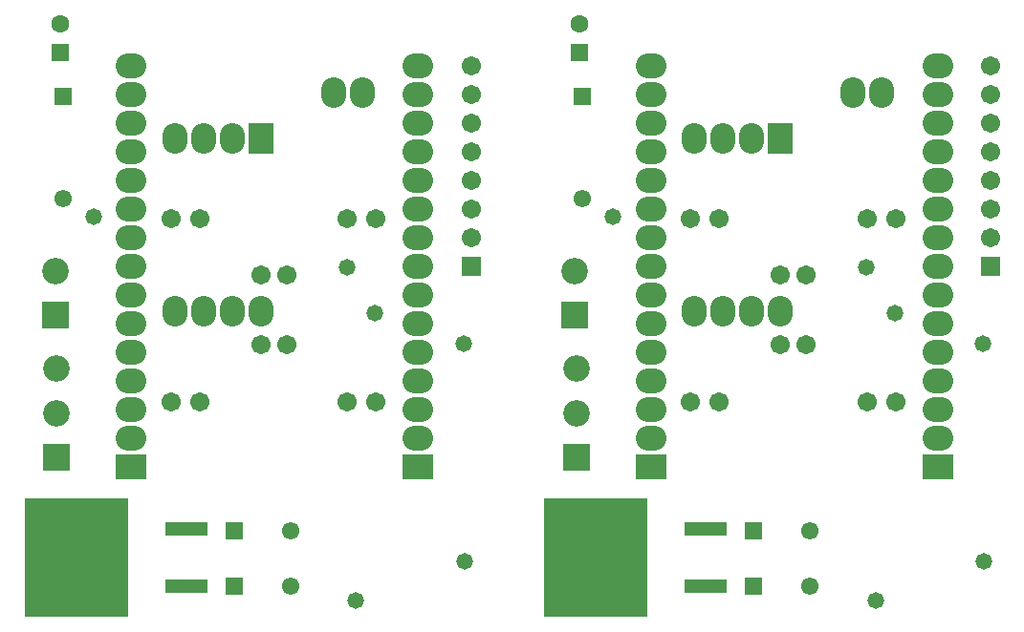
<source format=gbr>
G04*
G04 #@! TF.GenerationSoftware,Altium Limited,Altium Designer,25.4.2 (15)*
G04*
G04 Layer_Color=8388736*
%FSLAX44Y44*%
%MOMM*%
G71*
G04*
G04 #@! TF.SameCoordinates,D781D73C-FE54-440B-B5B4-6B714C508266*
G04*
G04*
G04 #@! TF.FilePolarity,Negative*
G04*
G01*
G75*
%ADD31R,9.2032X10.5532*%
%ADD32R,3.7032X1.1532*%
%ADD33C,1.7032*%
%ADD34C,1.5532*%
%ADD35R,1.5532X1.5532*%
%ADD36O,2.2032X2.7032*%
%ADD37R,2.2032X2.7032*%
%ADD38R,1.7032X1.7032*%
%ADD39O,2.7032X2.2032*%
%ADD40R,2.7032X2.2032*%
%ADD41C,2.3532*%
%ADD42R,2.3532X2.3532*%
%ADD43C,1.6032*%
%ADD44R,1.6032X1.6032*%
%ADD45R,1.5532X1.5532*%
%ADD46C,1.4732*%
D31*
X1579968Y340476D02*
D03*
X2040028D02*
D03*
D32*
X1677468Y365876D02*
D03*
Y315076D02*
D03*
X2137528Y365876D02*
D03*
Y315076D02*
D03*
D33*
X1743218Y529226D02*
D03*
Y590780D02*
D03*
X1765968D02*
D03*
Y529226D02*
D03*
X1929468Y624126D02*
D03*
Y649526D02*
D03*
Y674926D02*
D03*
Y700326D02*
D03*
Y725726D02*
D03*
Y751126D02*
D03*
Y776526D02*
D03*
X1663718Y641286D02*
D03*
X1689118D02*
D03*
X1845468Y478726D02*
D03*
X1820068D02*
D03*
Y641286D02*
D03*
X1845468D02*
D03*
X1689118Y478726D02*
D03*
X1663718D02*
D03*
X2203278Y529226D02*
D03*
Y590780D02*
D03*
X2226028D02*
D03*
Y529226D02*
D03*
X2389528Y624126D02*
D03*
Y649526D02*
D03*
Y674926D02*
D03*
Y700326D02*
D03*
Y725726D02*
D03*
Y751126D02*
D03*
Y776526D02*
D03*
X2123778Y641286D02*
D03*
X2149178D02*
D03*
X2305528Y478726D02*
D03*
X2280128D02*
D03*
Y641286D02*
D03*
X2305528D02*
D03*
X2149178Y478726D02*
D03*
X2123778D02*
D03*
D34*
X1769718Y314726D02*
D03*
Y363976D02*
D03*
X1568218Y658976D02*
D03*
X2229778Y314726D02*
D03*
Y363976D02*
D03*
X2028278Y658976D02*
D03*
D35*
X1719718Y314726D02*
D03*
Y363976D02*
D03*
X2179778Y314726D02*
D03*
Y363976D02*
D03*
D36*
X1807418Y753026D02*
D03*
X1832818D02*
D03*
X1667018Y558826D02*
D03*
X1692418D02*
D03*
X1717818D02*
D03*
X1743218D02*
D03*
X1667018Y712226D02*
D03*
X1692418D02*
D03*
X1717818D02*
D03*
X2267478Y753026D02*
D03*
X2292878D02*
D03*
X2127078Y558826D02*
D03*
X2152478D02*
D03*
X2177878D02*
D03*
X2203278D02*
D03*
X2127078Y712226D02*
D03*
X2152478D02*
D03*
X2177878D02*
D03*
D37*
X1743218D02*
D03*
X2203278D02*
D03*
D38*
X1929468Y598726D02*
D03*
X2389528D02*
D03*
D39*
X1882468Y776526D02*
D03*
Y751126D02*
D03*
Y725726D02*
D03*
Y700326D02*
D03*
Y674926D02*
D03*
Y649526D02*
D03*
Y624126D02*
D03*
Y598726D02*
D03*
Y573326D02*
D03*
Y547926D02*
D03*
Y522526D02*
D03*
Y497126D02*
D03*
Y471726D02*
D03*
Y446326D02*
D03*
X1628468Y497126D02*
D03*
Y776526D02*
D03*
Y751126D02*
D03*
Y725726D02*
D03*
Y700326D02*
D03*
Y674926D02*
D03*
Y649526D02*
D03*
Y624126D02*
D03*
Y598726D02*
D03*
Y573326D02*
D03*
Y547926D02*
D03*
Y522526D02*
D03*
Y471726D02*
D03*
Y446326D02*
D03*
X2342528Y776526D02*
D03*
Y751126D02*
D03*
Y725726D02*
D03*
Y700326D02*
D03*
Y674926D02*
D03*
Y649526D02*
D03*
Y624126D02*
D03*
Y598726D02*
D03*
Y573326D02*
D03*
Y547926D02*
D03*
Y522526D02*
D03*
Y497126D02*
D03*
Y471726D02*
D03*
Y446326D02*
D03*
X2088528Y497126D02*
D03*
Y776526D02*
D03*
Y751126D02*
D03*
Y725726D02*
D03*
Y700326D02*
D03*
Y674926D02*
D03*
Y649526D02*
D03*
Y624126D02*
D03*
Y598726D02*
D03*
Y573326D02*
D03*
Y547926D02*
D03*
Y522526D02*
D03*
Y471726D02*
D03*
Y446326D02*
D03*
D40*
X1882468Y420926D02*
D03*
X1628468D02*
D03*
X2342528D02*
D03*
X2088528D02*
D03*
D41*
X1562718Y508076D02*
D03*
Y468476D02*
D03*
X1561218Y594726D02*
D03*
X2022778Y508076D02*
D03*
Y468476D02*
D03*
X2021278Y594726D02*
D03*
D42*
X1562718Y428876D02*
D03*
X1561218Y555126D02*
D03*
X2022778Y428876D02*
D03*
X2021278Y555126D02*
D03*
D43*
X1565718Y813927D02*
D03*
X2025778D02*
D03*
D44*
X1565718Y788526D02*
D03*
X2025778D02*
D03*
D45*
X1568218Y748976D02*
D03*
X2028278D02*
D03*
D46*
X1595218Y642976D02*
D03*
X1844468Y556726D02*
D03*
X1923468Y337226D02*
D03*
X1819468Y597726D02*
D03*
X1827718Y301976D02*
D03*
X1922594Y530306D02*
D03*
X2055278Y642976D02*
D03*
X2304528Y556726D02*
D03*
X2383528Y337226D02*
D03*
X2279528Y597726D02*
D03*
X2287778Y301976D02*
D03*
X2382654Y530306D02*
D03*
M02*

</source>
